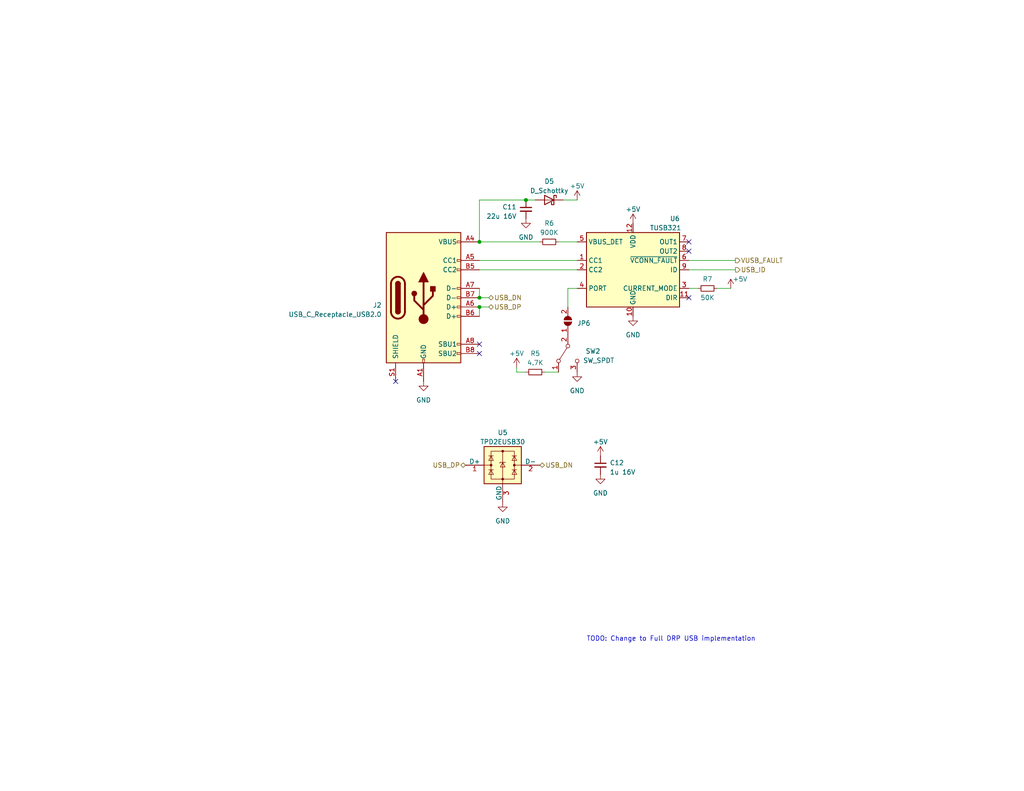
<source format=kicad_sch>
(kicad_sch (version 20210406) (generator eeschema)
  (paper "USLetter")
  (title_block (title "FlySensei RPi Stack - USB Connection") (date "2021-05-24") (rev "0.1") (company "George Mason University"))
  (lib_symbols
    (symbol "Connector:USB_C_Receptacle_USB2.0" (pin_names (offset 1.016))
      (property "Reference" "J" (at -10.16 19.05 0))
      (property "Value" "USB_C_Receptacle_USB2.0" (at 19.05 19.05 0))
      (symbol "USB_C_Receptacle_USB2.0_0_0"
        (rectangle (start -0.254 -17.78) (end 0.254 -16.764))
        (rectangle (start 10.16 -14.986) (end 9.144 -15.494))
        (rectangle (start 10.16 -12.446) (end 9.144 -12.954))
        (rectangle (start 10.16 -4.826) (end 9.144 -5.334))
        (rectangle (start 10.16 -2.286) (end 9.144 -2.794))
        (rectangle (start 10.16 0.254) (end 9.144 -0.254))
        (rectangle (start 10.16 2.794) (end 9.144 2.286))
        (rectangle (start 10.16 7.874) (end 9.144 7.366))
        (rectangle (start 10.16 10.414) (end 9.144 9.906))
        (rectangle (start 10.16 15.494) (end 9.144 14.986))
      )
      (symbol "USB_C_Receptacle_USB2.0_0_1"
        (arc (start -8.89 -3.81) (end -5.08 -3.81) (radius (at -6.985 -3.81) (length 1.905) (angles -179.9 -0.1)) (stroke (width 0.508)))
        (arc (start -7.62 -3.81) (end -6.35 -3.81) (radius (at -6.985 -3.81) (length 0.635) (angles -179.9 -0.1)) (stroke (width 0.254)))
        (arc (start -6.35 3.81) (end -7.62 3.81) (radius (at -6.985 3.81) (length 0.635) (angles 0.1 179.9)) (stroke (width 0.254)))
        (arc (start -5.08 3.81) (end -8.89 3.81) (radius (at -6.985 3.81) (length 1.905) (angles 0.1 179.9)) (stroke (width 0.508)))
        (arc (start -7.62 -3.81) (end -6.35 -3.81) (radius (at -6.985 -3.81) (length 0.635) (angles -179.9 -0.1)) (stroke (width 0.254)) (fill (type outline)))
        (arc (start -6.35 3.81) (end -7.62 3.81) (radius (at -6.985 3.81) (length 0.635) (angles 0.1 179.9)) (stroke (width 0.254)) (fill (type outline)))
        (circle (center -2.54 1.143) (radius 0.635) (stroke (width 0.254)) (fill (type outline)))
        (circle (center 0 -5.842) (radius 1.27) (fill (type outline)))
        (rectangle (start -7.62 -3.81) (end -6.35 3.81) (stroke (width 0.254)) (fill (type outline)))
        (rectangle (start 1.905 1.778) (end 3.175 3.048) (stroke (width 0.254)) (fill (type outline)))
        (rectangle (start -10.16 17.78) (end 10.16 -17.78) (stroke (width 0.254)) (fill (type background)))
        (polyline (pts (xy -8.89 -3.81) (xy -8.89 3.81)) (stroke (width 0.508)))
        (polyline (pts (xy -5.08 3.81) (xy -5.08 -3.81)) (stroke (width 0.508)))
        (polyline (pts (xy 0 -5.842) (xy 0 4.318)) (stroke (width 0.508)))
        (polyline (pts (xy 0 -3.302) (xy -2.54 -0.762) (xy -2.54 0.508)) (stroke (width 0.508)))
        (polyline (pts (xy 0 -2.032) (xy 2.54 0.508) (xy 2.54 1.778)) (stroke (width 0.508)))
        (polyline (pts (xy -1.27 4.318) (xy 0 6.858) (xy 1.27 4.318) (xy -1.27 4.318)) (stroke (width 0.254)) (fill (type outline)))
      )
      (symbol "USB_C_Receptacle_USB2.0_1_1"
        (pin passive line (at 0 -22.86 90) (length 5.08) (name "GND") (number "A1"))
        (pin passive line (at 0 -22.86 90) (length 5.08) hide (name "GND") (number "A12"))
        (pin passive line (at 15.24 15.24 180) (length 5.08) (name "VBUS") (number "A4"))
        (pin bidirectional line (at 15.24 10.16 180) (length 5.08) (name "CC1") (number "A5"))
        (pin bidirectional line (at 15.24 -2.54 180) (length 5.08) (name "D+") (number "A6"))
        (pin bidirectional line (at 15.24 2.54 180) (length 5.08) (name "D-") (number "A7"))
        (pin bidirectional line (at 15.24 -12.7 180) (length 5.08) (name "SBU1") (number "A8"))
        (pin passive line (at 15.24 15.24 180) (length 5.08) hide (name "VBUS") (number "A9"))
        (pin passive line (at 0 -22.86 90) (length 5.08) hide (name "GND") (number "B1"))
        (pin passive line (at 0 -22.86 90) (length 5.08) hide (name "GND") (number "B12"))
        (pin passive line (at 15.24 15.24 180) (length 5.08) hide (name "VBUS") (number "B4"))
        (pin bidirectional line (at 15.24 7.62 180) (length 5.08) (name "CC2") (number "B5"))
        (pin bidirectional line (at 15.24 -5.08 180) (length 5.08) (name "D+") (number "B6"))
        (pin bidirectional line (at 15.24 0 180) (length 5.08) (name "D-") (number "B7"))
        (pin bidirectional line (at 15.24 -15.24 180) (length 5.08) (name "SBU2") (number "B8"))
        (pin passive line (at 15.24 15.24 180) (length 5.08) hide (name "VBUS") (number "B9"))
        (pin passive line (at -7.62 -22.86 90) (length 5.08) (name "SHIELD") (number "S1"))
      )
    )
    (symbol "Device:C_Small" (pin_numbers hide) (pin_names (offset 0.254) hide)
      (property "Reference" "C" (at 0.254 1.778 0))
      (property "Value" "C_Small" (at 0.254 -2.032 0))
      (symbol "C_Small_0_1"
        (polyline (pts (xy -1.524 -0.508) (xy 1.524 -0.508)) (stroke (width 0.3302)))
        (polyline (pts (xy -1.524 0.508) (xy 1.524 0.508)) (stroke (width 0.3048)))
      )
      (symbol "C_Small_1_1"
        (pin passive line (at 0 2.54 270) (length 2.032) (name "~") (number "1"))
        (pin passive line (at 0 -2.54 90) (length 2.032) (name "~") (number "2"))
      )
    )
    (symbol "Device:D_Schottky" (pin_numbers hide) (pin_names (offset 1.016) hide)
      (property "Reference" "D" (at 0 2.54 0))
      (property "Value" "D_Schottky" (at 0 -2.54 0))
      (symbol "D_Schottky_0_1"
        (polyline (pts (xy 1.27 0) (xy -1.27 0)))
        (polyline (pts (xy 1.27 1.27) (xy 1.27 -1.27) (xy -1.27 0) (xy 1.27 1.27)) (stroke (width 0.254)))
        (polyline (pts (xy -1.905 0.635) (xy -1.905 1.27) (xy -1.27 1.27) (xy -1.27 -1.27) (xy -0.635 -1.27) (xy -0.635 -0.635)) (stroke (width 0.254)))
      )
      (symbol "D_Schottky_1_1"
        (pin passive line (at -3.81 0 0) (length 2.54) (name "K") (number "1"))
        (pin passive line (at 3.81 0 180) (length 2.54) (name "A") (number "2"))
      )
    )
    (symbol "Device:R_Small" (pin_numbers hide) (pin_names (offset 0.254) hide)
      (property "Reference" "R" (at 0.762 0.508 0))
      (property "Value" "R_Small" (at 0.762 -1.016 0))
      (symbol "R_Small_0_1"
        (rectangle (start -0.762 1.778) (end 0.762 -1.778) (stroke (width 0.2032)))
      )
      (symbol "R_Small_1_1"
        (pin passive line (at 0 2.54 270) (length 0.762) (name "~") (number "1"))
        (pin passive line (at 0 -2.54 90) (length 0.762) (name "~") (number "2"))
      )
    )
    (symbol "Interface_USB:TUSB321"
      (property "Reference" "U" (at -11.43 11.43 0))
      (property "Value" "TUSB321" (at 7.62 11.43 0))
      (symbol "TUSB321_1_1"
        (rectangle (start -12.7 10.16) (end 12.7 -10.16) (stroke (width 0.254)) (fill (type background)))
        (pin bidirectional line (at 15.24 2.54 180) (length 2.54) (name "CC1") (number "1"))
        (pin power_in line (at 0 -12.7 90) (length 2.54) (name "GND") (number "10"))
        (pin open_collector line (at -15.24 -7.62 0) (length 2.54) (name "DIR") (number "11"))
        (pin power_in line (at 0 12.7 270) (length 2.54) (name "VDD") (number "12"))
        (pin bidirectional line (at 15.24 0 180) (length 2.54) (name "CC2") (number "2"))
        (pin input line (at -15.24 -5.08 0) (length 2.54) (name "CURRENT_MODE") (number "3"))
        (pin input line (at 15.24 -5.08 180) (length 2.54) (name "PORT") (number "4"))
        (pin input line (at 15.24 7.62 180) (length 2.54) (name "VBUS_DET") (number "5"))
        (pin open_collector line (at -15.24 2.54 0) (length 2.54) (name "~VCONN_FAULT") (number "6"))
        (pin open_collector line (at -15.24 7.62 0) (length 2.54) (name "OUT1") (number "7"))
        (pin open_collector line (at -15.24 5.08 0) (length 2.54) (name "OUT2") (number "8"))
        (pin open_collector line (at -15.24 0 0) (length 2.54) (name "ID") (number "9"))
      )
    )
    (symbol "Jumper:SolderJumper_2_Open" (pin_names (offset 0) hide)
      (property "Reference" "JP" (at 0 2.032 0))
      (property "Value" "SolderJumper_2_Open" (at 0 -2.54 0))
      (symbol "SolderJumper_2_Open_0_1"
        (arc (start -0.254 1.016) (end -0.254 -1.016) (radius (at -0.254 0) (length 1.016) (angles 90.1 -90.1)))
        (arc (start 0.254 -1.016) (end 0.254 1.016) (radius (at 0.254 0) (length 1.016) (angles -89.9 89.9)))
        (arc (start -0.254 1.016) (end -0.254 -1.016) (radius (at -0.254 0) (length 1.016) (angles 90.1 -90.1)) (fill (type outline)))
        (arc (start 0.254 -1.016) (end 0.254 1.016) (radius (at 0.254 0) (length 1.016) (angles -89.9 89.9)) (fill (type outline)))
        (polyline (pts (xy -0.254 1.016) (xy -0.254 -1.016)))
        (polyline (pts (xy 0.254 1.016) (xy 0.254 -1.016)))
      )
      (symbol "SolderJumper_2_Open_1_1"
        (pin passive line (at -3.81 0 0) (length 2.54) (name "A") (number "1"))
        (pin passive line (at 3.81 0 180) (length 2.54) (name "B") (number "2"))
      )
    )
    (symbol "Power_Protection:TPD2EUSB30" (pin_names (offset 0))
      (property "Reference" "U" (at 0 6.35 0))
      (property "Value" "TPD2EUSB30" (at 7.62 -7.62 0))
      (symbol "TPD2EUSB30_0_1"
        (circle (center -3.175 0) (radius 0.2794) (fill (type outline)))
        (circle (center 0 -3.81) (radius 0.2794) (fill (type outline)))
        (circle (center 0 3.81) (radius 0.2794) (fill (type outline)))
        (circle (center 3.175 0) (radius 0.2794) (fill (type outline)))
        (rectangle (start -3.175 3.81) (end 3.175 -3.81))
        (rectangle (start -5.08 5.08) (end 5.08 -5.08) (stroke (width 0.254)) (fill (type background)))
        (polyline (pts (xy -5.08 0) (xy -3.175 0)))
        (polyline (pts (xy -3.81 -1.27) (xy -2.54 -1.27)))
        (polyline (pts (xy -3.81 2.54) (xy -2.54 2.54)))
        (polyline (pts (xy 0 3.81) (xy 0 -5.08)))
        (polyline (pts (xy 2.54 -1.27) (xy 3.81 -1.27)))
        (polyline (pts (xy 2.54 2.54) (xy 3.81 2.54)))
        (polyline (pts (xy 5.08 0) (xy 3.175 0)))
        (polyline (pts (xy 0.762 0.762) (xy -0.762 0.762) (xy -0.762 0.508)))
        (polyline (pts (xy -2.54 -2.54) (xy -3.81 -2.54) (xy -3.175 -1.27) (xy -2.54 -2.54)))
        (polyline (pts (xy -2.54 1.27) (xy -3.81 1.27) (xy -3.175 2.54) (xy -2.54 1.27)))
        (polyline (pts (xy 0.635 -0.508) (xy -0.635 -0.508) (xy 0 0.762) (xy 0.635 -0.508)))
        (polyline (pts (xy 3.81 -2.54) (xy 2.54 -2.54) (xy 3.175 -1.27) (xy 3.81 -2.54)))
        (polyline (pts (xy 3.81 1.27) (xy 2.54 1.27) (xy 3.175 2.54) (xy 3.81 1.27)))
      )
      (symbol "TPD2EUSB30_1_1"
        (pin passive line (at -10.16 0 0) (length 5.08) (name "D+") (number "1"))
        (pin passive line (at 10.16 0 180) (length 5.08) (name "D-") (number "2"))
        (pin passive line (at 0 -10.16 90) (length 5.08) (name "GND") (number "3"))
      )
    )
    (symbol "Switch:SW_SPDT" (pin_names (offset 0) hide)
      (property "Reference" "SW" (at 0 4.318 0))
      (property "Value" "SW_SPDT" (at 0 -5.08 0))
      (symbol "SW_SPDT_0_0"
        (circle (center -2.032 0) (radius 0.508))
        (circle (center 2.032 -2.54) (radius 0.508))
      )
      (symbol "SW_SPDT_0_1"
        (circle (center 2.032 2.54) (radius 0.508))
        (polyline (pts (xy -1.524 0.254) (xy 1.651 2.286)))
      )
      (symbol "SW_SPDT_1_1"
        (pin passive line (at 5.08 2.54 180) (length 2.54) (name "A") (number "1"))
        (pin passive line (at -5.08 0 0) (length 2.54) (name "B") (number "2"))
        (pin passive line (at 5.08 -2.54 180) (length 2.54) (name "C") (number "3"))
      )
    )
    (symbol "power:+5V" (power) (pin_names (offset 0))
      (property "Value" "+5V" (at 0 3.556 0))
      (symbol "+5V_0_1"
        (polyline (pts (xy -0.762 1.27) (xy 0 2.54)))
        (polyline (pts (xy 0 0) (xy 0 2.54)))
        (polyline (pts (xy 0 2.54) (xy 0.762 1.27)))
      )
      (symbol "+5V_1_1"
        (pin power_in line (at 0 0 90) (length 0) hide (name "+5V") (number "1"))
      )
    )
    (symbol "power:GND" (power) (pin_names (offset 0))
      (property "Value" "GND" (at 0 -3.81 0))
      (symbol "GND_0_1"
        (polyline (pts (xy 0 0) (xy 0 -1.27) (xy 1.27 -1.27) (xy 0 -2.54) (xy -1.27 -1.27) (xy 0 -1.27)))
      )
      (symbol "GND_1_1"
        (pin power_in line (at 0 0 270) (length 0) hide (name "GND") (number "1"))
      )
    )
  )
  (junction (at 130.81 66.04) (diameter 0.9144))
  (junction (at 130.81 81.28) (diameter 0.9144))
  (junction (at 130.81 83.82) (diameter 0.9144))
  (junction (at 143.51 54.61) (diameter 0.9144))
  (no_connect (at 107.95 104.14))
  (no_connect (at 130.81 93.98))
  (no_connect (at 130.81 96.52))
  (no_connect (at 187.96 66.04))
  (no_connect (at 187.96 68.58))
  (no_connect (at 187.96 81.28))
  (wire (pts (xy 130.81 54.61) (xy 130.81 66.04)))
  (wire (pts (xy 130.81 54.61) (xy 143.51 54.61)))
  (wire (pts (xy 130.81 78.74) (xy 130.81 81.28)))
  (wire (pts (xy 130.81 83.82) (xy 130.81 86.36)))
  (wire (pts (xy 133.35 81.28) (xy 130.81 81.28)))
  (wire (pts (xy 133.35 83.82) (xy 130.81 83.82)))
  (wire (pts (xy 140.97 101.6) (xy 140.97 100.33)))
  (wire (pts (xy 143.51 54.61) (xy 146.05 54.61)))
  (wire (pts (xy 143.51 101.6) (xy 140.97 101.6)))
  (wire (pts (xy 147.32 66.04) (xy 130.81 66.04)))
  (wire (pts (xy 152.4 101.6) (xy 148.59 101.6)))
  (wire (pts (xy 153.67 54.61) (xy 157.48 54.61)))
  (wire (pts (xy 154.94 78.74) (xy 157.48 78.74)))
  (wire (pts (xy 154.94 83.82) (xy 154.94 78.74)))
  (wire (pts (xy 157.48 66.04) (xy 152.4 66.04)))
  (wire (pts (xy 157.48 71.12) (xy 130.81 71.12)))
  (wire (pts (xy 157.48 73.66) (xy 130.81 73.66)))
  (wire (pts (xy 190.5 78.74) (xy 187.96 78.74)))
  (wire (pts (xy 199.39 78.74) (xy 195.58 78.74)))
  (wire (pts (xy 200.66 71.12) (xy 187.96 71.12)))
  (wire (pts (xy 200.66 73.66) (xy 187.96 73.66)))
  (text "TODO: Change to Full DRP USB implementation" (at 160.02 175.26 0) (effects (font (size 1.27 1.27)) (justify left bottom)))
  (hierarchical_label "USB_DP" (shape bidirectional) (at 127 127 180))
  (hierarchical_label "USB_DN" (shape bidirectional) (at 133.35 81.28 0))
  (hierarchical_label "USB_DP" (shape bidirectional) (at 133.35 83.82 0))
  (hierarchical_label "USB_DN" (shape bidirectional) (at 147.32 127 0))
  (hierarchical_label "VUSB_FAULT" (shape output) (at 200.66 71.12 0))
  (hierarchical_label "USB_ID" (shape output) (at 200.66 73.66 0))
  (symbol (lib_id "power:+5V") (at 140.97 100.33 0) (mirror y) (unit 1)
    (property "Reference" "#PWR0150" (effects hide))
    (property "Value" "+5V" (at 140.97 96.52 0))
  )
  (symbol (lib_id "power:+5V") (at 157.48 54.61 0) (mirror y) (unit 1)
    (property "Reference" "#PWR0140" (effects hide))
    (property "Value" "+5V" (at 157.48 50.8 0))
  )
  (symbol (lib_id "power:+5V") (at 163.83 124.46 0) (mirror y) (unit 1)
    (property "Reference" "#PWR0148" (effects hide))
    (property "Value" "+5V" (at 163.83 120.65 0))
  )
  (symbol (lib_id "power:+5V") (at 172.72 60.96 0) (mirror y) (unit 1)
    (property "Reference" "#PWR0142" (effects hide))
    (property "Value" "+5V" (at 172.72 57.15 0))
  )
  (symbol (lib_id "power:+5V") (at 199.39 78.74 0) (mirror y) (unit 1)
    (property "Reference" "#PWR0143" (effects hide))
    (property "Value" "+5V" (at 201.93 76.2 0))
  )
  (symbol (lib_id "power:GND") (at 115.57 104.14 0) (mirror y) (unit 1)
    (property "Reference" "#PWR0145" (effects hide))
    (property "Value" "GND" (at 115.57 109.22 0))
  )
  (symbol (lib_id "power:GND") (at 137.16 137.16 0) (unit 1)
    (property "Reference" "#PWR0147" (effects hide))
    (property "Value" "GND" (at 137.16 142.24 0))
  )
  (symbol (lib_id "power:GND") (at 143.51 59.69 0) (mirror y) (unit 1)
    (property "Reference" "#PWR0141" (effects hide))
    (property "Value" "GND" (at 143.51 64.77 0))
  )
  (symbol (lib_id "power:GND") (at 157.48 101.6 0) (mirror y) (unit 1)
    (property "Reference" "#PWR0146" (effects hide))
    (property "Value" "GND" (at 157.48 106.68 0))
  )
  (symbol (lib_id "power:GND") (at 163.83 129.54 0) (mirror y) (unit 1)
    (property "Reference" "#PWR0149" (effects hide))
    (property "Value" "GND" (at 163.83 134.62 0))
  )
  (symbol (lib_id "power:GND") (at 172.72 86.36 0) (mirror y) (unit 1)
    (property "Reference" "#PWR0144" (effects hide))
    (property "Value" "GND" (at 172.72 91.44 0))
  )
  (symbol (lib_id "Device:R_Small") (at 146.05 101.6 270) (mirror x) (unit 1)
    (property "Reference" "R5" (at 146.05 96.52 90))
    (property "Value" "4.7K" (at 146.05 99.06 90))
    (property "Footprint" "Resistor_SMD:R_0402_1005Metric" (effects hide))
  )
  (symbol (lib_id "Device:R_Small") (at 149.86 66.04 270) (mirror x) (unit 1)
    (property "Reference" "R6" (at 149.86 60.96 90))
    (property "Value" "900K" (at 149.86 63.5 90))
    (property "Footprint" "Resistor_SMD:R_0402_1005Metric" (effects hide))
  )
  (symbol (lib_id "Device:R_Small") (at 193.04 78.74 270) (mirror x) (unit 1)
    (property "Reference" "R7" (at 193.04 76.2 90))
    (property "Value" "50K" (at 193.04 81.28 90))
    (property "Footprint" "Resistor_SMD:R_0402_1005Metric" (effects hide))
  )
  (symbol (lib_id "Jumper:SolderJumper_2_Open") (at 154.94 87.63 270) (mirror x) (unit 1)
    (property "Reference" "JP6" (at 157.48 88.2649 90) (effects (justify left)))
    (property "Value" "SolderJumper_2_Open" (effects hide))
    (property "Footprint" "Jumper:SolderJumper-2_P1.3mm_Open_RoundedPad1.0x1.5mm" (effects hide))
  )
  (symbol (lib_id "Device:C_Small") (at 143.51 57.15 0) (mirror y) (unit 1)
    (property "Reference" "C11" (at 140.97 56.5149 0) (effects (justify left)))
    (property "Value" "22u 16V" (at 140.97 59.0549 0) (effects (justify left)))
    (property "Footprint" "Capacitor_SMD:C_0603_1608Metric" (effects hide))
  )
  (symbol (lib_id "Device:C_Small") (at 163.83 127 0) (unit 1)
    (property "Reference" "C12" (at 166.37 126.3649 0) (effects (justify left)))
    (property "Value" "1u 16V" (at 166.37 128.9049 0) (effects (justify left)))
    (property "Footprint" "Capacitor_SMD:C_0603_1608Metric" (effects hide))
  )
  (symbol (lib_id "Device:D_Schottky") (at 149.86 54.61 0) (mirror y) (unit 1)
    (property "Reference" "D5" (at 149.86 49.53 0))
    (property "Value" "D_Schottky" (at 149.86 52.07 0))
    (property "Footprint" "Diode_SMD:D_SMB" (effects hide))
  )
  (symbol (lib_id "Switch:SW_SPDT") (at 154.94 96.52 90) (mirror x) (unit 1)
    (property "Reference" "SW2" (at 163.83 95.8849 90) (effects (justify left)))
    (property "Value" "SW_SPDT" (at 167.64 98.4249 90) (effects (justify left)))
    (property "Footprint" "Button_Switch_SMD:SW_SPDT_PCM12" (effects hide))
  )
  (symbol (lib_id "Power_Protection:TPD2EUSB30") (at 137.16 127 0) (unit 1)
    (property "Reference" "U5" (at 137.16 118.11 0))
    (property "Value" "TPD2EUSB30" (at 137.16 120.65 0))
    (property "Footprint" "Package_TO_SOT_SMD:Texas_DRT-3" (effects hide))
    (property "Datasheet" "http://www.ti.com/lit/ds/symlink/tpd2eusb30a.pdf" (effects hide))
  )
  (symbol (lib_id "Interface_USB:TUSB321") (at 172.72 73.66 0) (mirror y) (unit 1)
    (property "Reference" "U6" (at 184.15 59.69 0))
    (property "Value" "TUSB321" (at 181.61 62.23 0))
    (property "Footprint" "Package_DFN_QFN:Texas_X2QFN-12_1.6x1.6mm_P0.4mm" (effects hide))
    (property "Datasheet" "http://www.ti.com/lit/ds/symlink/tusb321.pdf" (effects hide))
  )
  (symbol (lib_id "Connector:USB_C_Receptacle_USB2.0") (at 115.57 81.28 0) (unit 1)
    (property "Reference" "J2" (at 104.14 83.3119 0) (effects (justify right)))
    (property "Value" "USB_C_Receptacle_USB2.0" (at 104.14 85.8519 0) (effects (justify right)))
    (property "Footprint" "Connector_USB:USB_C_Receptacle_XKB_U262-16XN-4BVC11" (effects hide))
    (property "Datasheet" "https://www.usb.org/sites/default/files/documents/usb_type-c.zip" (effects hide))
  )
)
</source>
